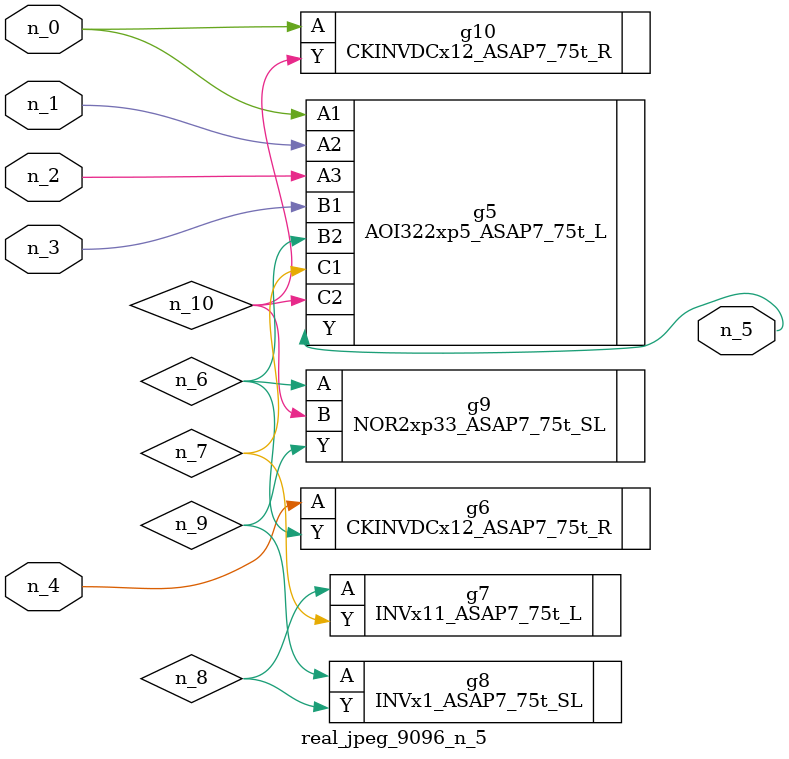
<source format=v>
module real_jpeg_9096_n_5 (n_4, n_0, n_1, n_2, n_3, n_5);

input n_4;
input n_0;
input n_1;
input n_2;
input n_3;

output n_5;

wire n_8;
wire n_6;
wire n_7;
wire n_10;
wire n_9;

AOI322xp5_ASAP7_75t_L g5 ( 
.A1(n_0),
.A2(n_1),
.A3(n_2),
.B1(n_3),
.B2(n_6),
.C1(n_7),
.C2(n_10),
.Y(n_5)
);

CKINVDCx12_ASAP7_75t_R g10 ( 
.A(n_0),
.Y(n_10)
);

CKINVDCx12_ASAP7_75t_R g6 ( 
.A(n_4),
.Y(n_6)
);

NOR2xp33_ASAP7_75t_SL g9 ( 
.A(n_6),
.B(n_10),
.Y(n_9)
);

INVx11_ASAP7_75t_L g7 ( 
.A(n_8),
.Y(n_7)
);

INVx1_ASAP7_75t_SL g8 ( 
.A(n_9),
.Y(n_8)
);


endmodule
</source>
